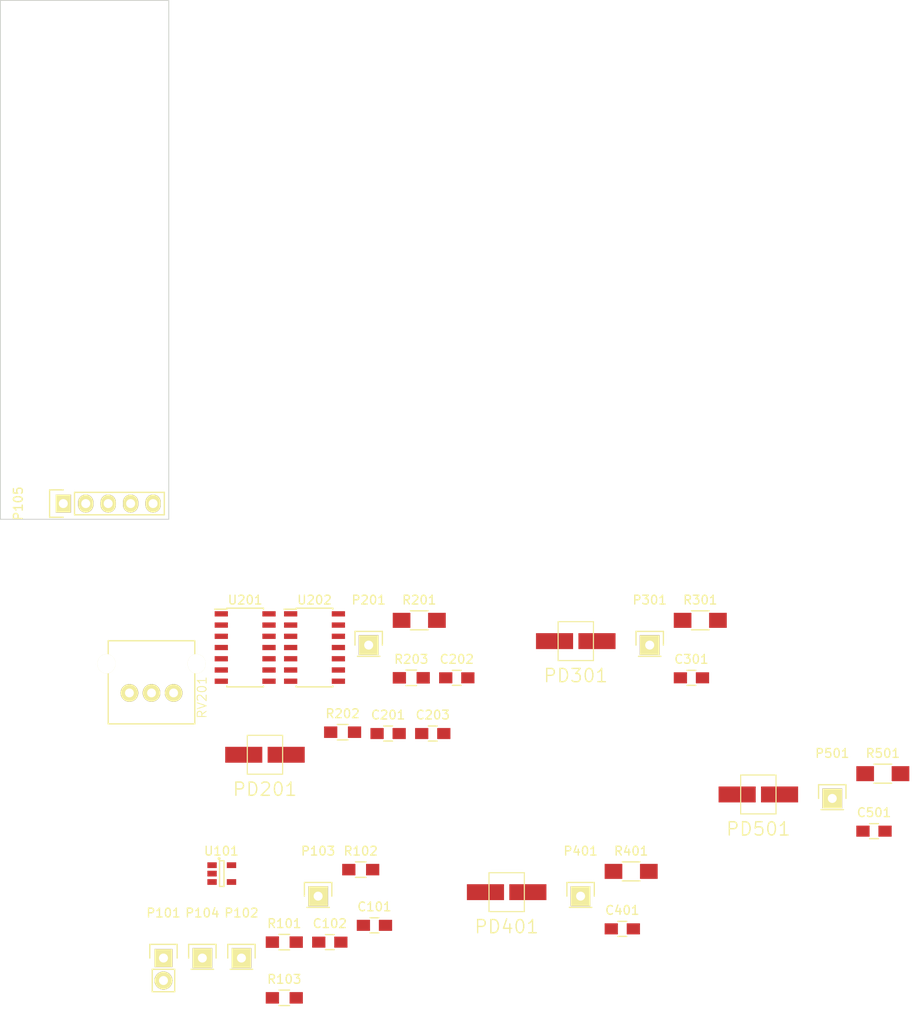
<source format=kicad_pcb>
(kicad_pcb (version 4) (host pcbnew "(2015-03-25 BZR 5536)-product")

  (general
    (links 71)
    (no_connects 71)
    (area 68.148999 76.149999 87.299001 134.924001)
    (thickness 1.6)
    (drawings 20)
    (tracks 0)
    (zones 0)
    (modules 34)
    (nets 22)
  )

  (page A4)
  (layers
    (0 F.Cu signal)
    (31 B.Cu signal)
    (32 B.Adhes user)
    (33 F.Adhes user)
    (34 B.Paste user)
    (35 F.Paste user)
    (36 B.SilkS user)
    (37 F.SilkS user)
    (38 B.Mask user)
    (39 F.Mask user)
    (40 Dwgs.User user)
    (41 Cmts.User user)
    (42 Eco1.User user hide)
    (43 Eco2.User user)
    (44 Edge.Cuts user)
    (45 Margin user)
    (46 B.CrtYd user)
    (47 F.CrtYd user)
    (48 B.Fab user)
    (49 F.Fab user)
  )

  (setup
    (last_trace_width 0.25)
    (trace_clearance 0.2)
    (zone_clearance 0.508)
    (zone_45_only no)
    (trace_min 0.2)
    (segment_width 0.2)
    (edge_width 0.1)
    (via_size 0.6)
    (via_drill 0.4)
    (via_min_size 0.4)
    (via_min_drill 0.3)
    (uvia_size 0.3)
    (uvia_drill 0.1)
    (uvias_allowed no)
    (uvia_min_size 0.2)
    (uvia_min_drill 0.1)
    (pcb_text_width 0.3)
    (pcb_text_size 1.27 1.27)
    (mod_edge_width 0.15)
    (mod_text_size 0.762 0.762)
    (mod_text_width 0.127)
    (pad_size 1.5 1.5)
    (pad_drill 0.6)
    (pad_to_mask_clearance 0)
    (aux_axis_origin 0 0)
    (grid_origin 50.8 76.2)
    (visible_elements FFFFFF7F)
    (pcbplotparams
      (layerselection 0x00030_80000001)
      (usegerberextensions false)
      (excludeedgelayer true)
      (linewidth 0.100000)
      (plotframeref false)
      (viasonmask false)
      (mode 1)
      (useauxorigin false)
      (hpglpennumber 1)
      (hpglpenspeed 20)
      (hpglpendiameter 15)
      (hpglpenoverlay 2)
      (psnegative false)
      (psa4output false)
      (plotreference true)
      (plotvalue true)
      (plotinvisibletext false)
      (padsonsilk false)
      (subtractmaskfromsilk false)
      (outputformat 1)
      (mirror false)
      (drillshape 1)
      (scaleselection 1)
      (outputdirectory ""))
  )

  (net 0 "")
  (net 1 "Net-(C101-Pad1)")
  (net 2 GND)
  (net 3 3V)
  (net 4 "Net-(C201-Pad1)")
  (net 5 "Net-(C201-Pad2)")
  (net 6 "Net-(C301-Pad1)")
  (net 7 "Net-(C301-Pad2)")
  (net 8 "Net-(C401-Pad1)")
  (net 9 "Net-(C401-Pad2)")
  (net 10 "Net-(C501-Pad1)")
  (net 11 "Net-(C501-Pad2)")
  (net 12 VGND)
  (net 13 "/Channel 1 Photodetect/Channel1_Out")
  (net 14 "/Channel 2 Photodetect/Channel2_Out")
  (net 15 "/Channel 3 PhotoDetect/Channel3_Out")
  (net 16 "/Channel 4 PhotoDetect/Channel4_Out")
  (net 17 "Net-(R103-Pad1)")
  (net 18 "/Channel 2 Photodetect/REF_IN")
  (net 19 "Net-(R203-Pad1)")
  (net 20 "Net-(RV201-Pad1)")
  (net 21 "Net-(U101-Pad4)")

  (net_class Default "This is the default net class."
    (clearance 0.2)
    (trace_width 0.25)
    (via_dia 0.6)
    (via_drill 0.4)
    (uvia_dia 0.3)
    (uvia_drill 0.1)
    (add_net "/Channel 1 Photodetect/Channel1_Out")
    (add_net "/Channel 2 Photodetect/Channel2_Out")
    (add_net "/Channel 2 Photodetect/REF_IN")
    (add_net "/Channel 3 PhotoDetect/Channel3_Out")
    (add_net "/Channel 4 PhotoDetect/Channel4_Out")
    (add_net 3V)
    (add_net GND)
    (add_net "Net-(C101-Pad1)")
    (add_net "Net-(C201-Pad1)")
    (add_net "Net-(C201-Pad2)")
    (add_net "Net-(C301-Pad1)")
    (add_net "Net-(C301-Pad2)")
    (add_net "Net-(C401-Pad1)")
    (add_net "Net-(C401-Pad2)")
    (add_net "Net-(C501-Pad1)")
    (add_net "Net-(C501-Pad2)")
    (add_net "Net-(R103-Pad1)")
    (add_net "Net-(R203-Pad1)")
    (add_net "Net-(RV201-Pad1)")
    (add_net "Net-(U101-Pad4)")
    (add_net VGND)
  )

  (module Capacitors_SMD:C_0805_HandSoldering (layer F.Cu) (tedit 541A9B8D) (tstamp 55643702)
    (at 110.519001 180.79)
    (descr "Capacitor SMD 0805, hand soldering")
    (tags "capacitor 0805")
    (path /5561E2B3)
    (attr smd)
    (fp_text reference C101 (at 0 -2.1) (layer F.SilkS)
      (effects (font (size 1 1) (thickness 0.15)))
    )
    (fp_text value 1U (at 0 2.1) (layer F.Fab)
      (effects (font (size 1 1) (thickness 0.15)))
    )
    (fp_line (start -2.3 -1) (end 2.3 -1) (layer F.CrtYd) (width 0.05))
    (fp_line (start -2.3 1) (end 2.3 1) (layer F.CrtYd) (width 0.05))
    (fp_line (start -2.3 -1) (end -2.3 1) (layer F.CrtYd) (width 0.05))
    (fp_line (start 2.3 -1) (end 2.3 1) (layer F.CrtYd) (width 0.05))
    (fp_line (start 0.5 -0.85) (end -0.5 -0.85) (layer F.SilkS) (width 0.15))
    (fp_line (start -0.5 0.85) (end 0.5 0.85) (layer F.SilkS) (width 0.15))
    (pad 1 smd rect (at -1.25 0) (size 1.5 1.25) (layers F.Cu F.Paste F.Mask)
      (net 1 "Net-(C101-Pad1)"))
    (pad 2 smd rect (at 1.25 0) (size 1.5 1.25) (layers F.Cu F.Paste F.Mask)
      (net 2 GND))
    (model Capacitors_SMD.3dshapes/C_0805_HandSoldering.wrl
      (at (xyz 0 0 0))
      (scale (xyz 1 1 1))
      (rotate (xyz 0 0 0))
    )
  )

  (module Capacitors_SMD:C_0805_HandSoldering (layer F.Cu) (tedit 541A9B8D) (tstamp 5564370E)
    (at 105.469001 182.69)
    (descr "Capacitor SMD 0805, hand soldering")
    (tags "capacitor 0805")
    (path /5561E446)
    (attr smd)
    (fp_text reference C102 (at 0 -2.1) (layer F.SilkS)
      (effects (font (size 1 1) (thickness 0.15)))
    )
    (fp_text value 1U (at 0 2.1) (layer F.Fab)
      (effects (font (size 1 1) (thickness 0.15)))
    )
    (fp_line (start -2.3 -1) (end 2.3 -1) (layer F.CrtYd) (width 0.05))
    (fp_line (start -2.3 1) (end 2.3 1) (layer F.CrtYd) (width 0.05))
    (fp_line (start -2.3 -1) (end -2.3 1) (layer F.CrtYd) (width 0.05))
    (fp_line (start 2.3 -1) (end 2.3 1) (layer F.CrtYd) (width 0.05))
    (fp_line (start 0.5 -0.85) (end -0.5 -0.85) (layer F.SilkS) (width 0.15))
    (fp_line (start -0.5 0.85) (end 0.5 0.85) (layer F.SilkS) (width 0.15))
    (pad 1 smd rect (at -1.25 0) (size 1.5 1.25) (layers F.Cu F.Paste F.Mask)
      (net 3 3V))
    (pad 2 smd rect (at 1.25 0) (size 1.5 1.25) (layers F.Cu F.Paste F.Mask)
      (net 2 GND))
    (model Capacitors_SMD.3dshapes/C_0805_HandSoldering.wrl
      (at (xyz 0 0 0))
      (scale (xyz 1 1 1))
      (rotate (xyz 0 0 0))
    )
  )

  (module Capacitors_SMD:C_0805_HandSoldering (layer F.Cu) (tedit 541A9B8D) (tstamp 5564371A)
    (at 112.069001 159.1)
    (descr "Capacitor SMD 0805, hand soldering")
    (tags "capacitor 0805")
    (path /5561BBE6/5561BF46)
    (attr smd)
    (fp_text reference C201 (at 0 -2.1) (layer F.SilkS)
      (effects (font (size 1 1) (thickness 0.15)))
    )
    (fp_text value 100p (at 0 2.1) (layer F.Fab)
      (effects (font (size 1 1) (thickness 0.15)))
    )
    (fp_line (start -2.3 -1) (end 2.3 -1) (layer F.CrtYd) (width 0.05))
    (fp_line (start -2.3 1) (end 2.3 1) (layer F.CrtYd) (width 0.05))
    (fp_line (start -2.3 -1) (end -2.3 1) (layer F.CrtYd) (width 0.05))
    (fp_line (start 2.3 -1) (end 2.3 1) (layer F.CrtYd) (width 0.05))
    (fp_line (start 0.5 -0.85) (end -0.5 -0.85) (layer F.SilkS) (width 0.15))
    (fp_line (start -0.5 0.85) (end 0.5 0.85) (layer F.SilkS) (width 0.15))
    (pad 1 smd rect (at -1.25 0) (size 1.5 1.25) (layers F.Cu F.Paste F.Mask)
      (net 4 "Net-(C201-Pad1)"))
    (pad 2 smd rect (at 1.25 0) (size 1.5 1.25) (layers F.Cu F.Paste F.Mask)
      (net 5 "Net-(C201-Pad2)"))
    (model Capacitors_SMD.3dshapes/C_0805_HandSoldering.wrl
      (at (xyz 0 0 0))
      (scale (xyz 1 1 1))
      (rotate (xyz 0 0 0))
    )
  )

  (module Capacitors_SMD:C_0805_HandSoldering (layer F.Cu) (tedit 541A9B8D) (tstamp 55643726)
    (at 119.839001 152.8)
    (descr "Capacitor SMD 0805, hand soldering")
    (tags "capacitor 0805")
    (path /5561BBE6/5561BF89)
    (attr smd)
    (fp_text reference C202 (at 0 -2.1) (layer F.SilkS)
      (effects (font (size 1 1) (thickness 0.15)))
    )
    (fp_text value 0.1U (at 0 2.1) (layer F.Fab)
      (effects (font (size 1 1) (thickness 0.15)))
    )
    (fp_line (start -2.3 -1) (end 2.3 -1) (layer F.CrtYd) (width 0.05))
    (fp_line (start -2.3 1) (end 2.3 1) (layer F.CrtYd) (width 0.05))
    (fp_line (start -2.3 -1) (end -2.3 1) (layer F.CrtYd) (width 0.05))
    (fp_line (start 2.3 -1) (end 2.3 1) (layer F.CrtYd) (width 0.05))
    (fp_line (start 0.5 -0.85) (end -0.5 -0.85) (layer F.SilkS) (width 0.15))
    (fp_line (start -0.5 0.85) (end 0.5 0.85) (layer F.SilkS) (width 0.15))
    (pad 1 smd rect (at -1.25 0) (size 1.5 1.25) (layers F.Cu F.Paste F.Mask)
      (net 2 GND))
    (pad 2 smd rect (at 1.25 0) (size 1.5 1.25) (layers F.Cu F.Paste F.Mask)
      (net 3 3V))
    (model Capacitors_SMD.3dshapes/C_0805_HandSoldering.wrl
      (at (xyz 0 0 0))
      (scale (xyz 1 1 1))
      (rotate (xyz 0 0 0))
    )
  )

  (module Capacitors_SMD:C_0805_HandSoldering (layer F.Cu) (tedit 541A9B8D) (tstamp 55643732)
    (at 117.119001 159.1)
    (descr "Capacitor SMD 0805, hand soldering")
    (tags "capacitor 0805")
    (path /5561BBE6/5561BFCE)
    (attr smd)
    (fp_text reference C203 (at 0 -2.1) (layer F.SilkS)
      (effects (font (size 1 1) (thickness 0.15)))
    )
    (fp_text value 0.1U (at 0 2.1) (layer F.Fab)
      (effects (font (size 1 1) (thickness 0.15)))
    )
    (fp_line (start -2.3 -1) (end 2.3 -1) (layer F.CrtYd) (width 0.05))
    (fp_line (start -2.3 1) (end 2.3 1) (layer F.CrtYd) (width 0.05))
    (fp_line (start -2.3 -1) (end -2.3 1) (layer F.CrtYd) (width 0.05))
    (fp_line (start 2.3 -1) (end 2.3 1) (layer F.CrtYd) (width 0.05))
    (fp_line (start 0.5 -0.85) (end -0.5 -0.85) (layer F.SilkS) (width 0.15))
    (fp_line (start -0.5 0.85) (end 0.5 0.85) (layer F.SilkS) (width 0.15))
    (pad 1 smd rect (at -1.25 0) (size 1.5 1.25) (layers F.Cu F.Paste F.Mask)
      (net 2 GND))
    (pad 2 smd rect (at 1.25 0) (size 1.5 1.25) (layers F.Cu F.Paste F.Mask)
      (net 3 3V))
    (model Capacitors_SMD.3dshapes/C_0805_HandSoldering.wrl
      (at (xyz 0 0 0))
      (scale (xyz 1 1 1))
      (rotate (xyz 0 0 0))
    )
  )

  (module Capacitors_SMD:C_0805_HandSoldering (layer F.Cu) (tedit 541A9B8D) (tstamp 5564373E)
    (at 146.389001 152.8)
    (descr "Capacitor SMD 0805, hand soldering")
    (tags "capacitor 0805")
    (path /5561BC09/5561C42E)
    (attr smd)
    (fp_text reference C301 (at 0 -2.1) (layer F.SilkS)
      (effects (font (size 1 1) (thickness 0.15)))
    )
    (fp_text value 100p (at 0 2.1) (layer F.Fab)
      (effects (font (size 1 1) (thickness 0.15)))
    )
    (fp_line (start -2.3 -1) (end 2.3 -1) (layer F.CrtYd) (width 0.05))
    (fp_line (start -2.3 1) (end 2.3 1) (layer F.CrtYd) (width 0.05))
    (fp_line (start -2.3 -1) (end -2.3 1) (layer F.CrtYd) (width 0.05))
    (fp_line (start 2.3 -1) (end 2.3 1) (layer F.CrtYd) (width 0.05))
    (fp_line (start 0.5 -0.85) (end -0.5 -0.85) (layer F.SilkS) (width 0.15))
    (fp_line (start -0.5 0.85) (end 0.5 0.85) (layer F.SilkS) (width 0.15))
    (pad 1 smd rect (at -1.25 0) (size 1.5 1.25) (layers F.Cu F.Paste F.Mask)
      (net 6 "Net-(C301-Pad1)"))
    (pad 2 smd rect (at 1.25 0) (size 1.5 1.25) (layers F.Cu F.Paste F.Mask)
      (net 7 "Net-(C301-Pad2)"))
    (model Capacitors_SMD.3dshapes/C_0805_HandSoldering.wrl
      (at (xyz 0 0 0))
      (scale (xyz 1 1 1))
      (rotate (xyz 0 0 0))
    )
  )

  (module Capacitors_SMD:C_0805_HandSoldering (layer F.Cu) (tedit 541A9B8D) (tstamp 5564374A)
    (at 138.569001 181.19)
    (descr "Capacitor SMD 0805, hand soldering")
    (tags "capacitor 0805")
    (path /5561BC0C/5561C979)
    (attr smd)
    (fp_text reference C401 (at 0 -2.1) (layer F.SilkS)
      (effects (font (size 1 1) (thickness 0.15)))
    )
    (fp_text value 100p (at 0 2.1) (layer F.Fab)
      (effects (font (size 1 1) (thickness 0.15)))
    )
    (fp_line (start -2.3 -1) (end 2.3 -1) (layer F.CrtYd) (width 0.05))
    (fp_line (start -2.3 1) (end 2.3 1) (layer F.CrtYd) (width 0.05))
    (fp_line (start -2.3 -1) (end -2.3 1) (layer F.CrtYd) (width 0.05))
    (fp_line (start 2.3 -1) (end 2.3 1) (layer F.CrtYd) (width 0.05))
    (fp_line (start 0.5 -0.85) (end -0.5 -0.85) (layer F.SilkS) (width 0.15))
    (fp_line (start -0.5 0.85) (end 0.5 0.85) (layer F.SilkS) (width 0.15))
    (pad 1 smd rect (at -1.25 0) (size 1.5 1.25) (layers F.Cu F.Paste F.Mask)
      (net 8 "Net-(C401-Pad1)"))
    (pad 2 smd rect (at 1.25 0) (size 1.5 1.25) (layers F.Cu F.Paste F.Mask)
      (net 9 "Net-(C401-Pad2)"))
    (model Capacitors_SMD.3dshapes/C_0805_HandSoldering.wrl
      (at (xyz 0 0 0))
      (scale (xyz 1 1 1))
      (rotate (xyz 0 0 0))
    )
  )

  (module Capacitors_SMD:C_0805_HandSoldering (layer F.Cu) (tedit 541A9B8D) (tstamp 55643756)
    (at 167.049001 170.14)
    (descr "Capacitor SMD 0805, hand soldering")
    (tags "capacitor 0805")
    (path /5561BC0F/5561CBDF)
    (attr smd)
    (fp_text reference C501 (at 0 -2.1) (layer F.SilkS)
      (effects (font (size 1 1) (thickness 0.15)))
    )
    (fp_text value 100p (at 0 2.1) (layer F.Fab)
      (effects (font (size 1 1) (thickness 0.15)))
    )
    (fp_line (start -2.3 -1) (end 2.3 -1) (layer F.CrtYd) (width 0.05))
    (fp_line (start -2.3 1) (end 2.3 1) (layer F.CrtYd) (width 0.05))
    (fp_line (start -2.3 -1) (end -2.3 1) (layer F.CrtYd) (width 0.05))
    (fp_line (start 2.3 -1) (end 2.3 1) (layer F.CrtYd) (width 0.05))
    (fp_line (start 0.5 -0.85) (end -0.5 -0.85) (layer F.SilkS) (width 0.15))
    (fp_line (start -0.5 0.85) (end 0.5 0.85) (layer F.SilkS) (width 0.15))
    (pad 1 smd rect (at -1.25 0) (size 1.5 1.25) (layers F.Cu F.Paste F.Mask)
      (net 10 "Net-(C501-Pad1)"))
    (pad 2 smd rect (at 1.25 0) (size 1.5 1.25) (layers F.Cu F.Paste F.Mask)
      (net 11 "Net-(C501-Pad2)"))
    (model Capacitors_SMD.3dshapes/C_0805_HandSoldering.wrl
      (at (xyz 0 0 0))
      (scale (xyz 1 1 1))
      (rotate (xyz 0 0 0))
    )
  )

  (module Pin_Headers:Pin_Header_Straight_1x02 (layer F.Cu) (tedit 54EA090C) (tstamp 55643767)
    (at 86.647571 184.49)
    (descr "Through hole pin header")
    (tags "pin header")
    (path /5561D9DD)
    (fp_text reference P101 (at 0 -5.1) (layer F.SilkS)
      (effects (font (size 1 1) (thickness 0.15)))
    )
    (fp_text value Vin (at 0 -3.1) (layer F.Fab)
      (effects (font (size 1 1) (thickness 0.15)))
    )
    (fp_line (start 1.27 1.27) (end 1.27 3.81) (layer F.SilkS) (width 0.15))
    (fp_line (start 1.55 -1.55) (end 1.55 0) (layer F.SilkS) (width 0.15))
    (fp_line (start -1.75 -1.75) (end -1.75 4.3) (layer F.CrtYd) (width 0.05))
    (fp_line (start 1.75 -1.75) (end 1.75 4.3) (layer F.CrtYd) (width 0.05))
    (fp_line (start -1.75 -1.75) (end 1.75 -1.75) (layer F.CrtYd) (width 0.05))
    (fp_line (start -1.75 4.3) (end 1.75 4.3) (layer F.CrtYd) (width 0.05))
    (fp_line (start 1.27 1.27) (end -1.27 1.27) (layer F.SilkS) (width 0.15))
    (fp_line (start -1.55 0) (end -1.55 -1.55) (layer F.SilkS) (width 0.15))
    (fp_line (start -1.55 -1.55) (end 1.55 -1.55) (layer F.SilkS) (width 0.15))
    (fp_line (start -1.27 1.27) (end -1.27 3.81) (layer F.SilkS) (width 0.15))
    (fp_line (start -1.27 3.81) (end 1.27 3.81) (layer F.SilkS) (width 0.15))
    (pad 1 thru_hole rect (at 0 0) (size 2.032 2.032) (drill 1.016) (layers *.Cu *.Mask F.SilkS)
      (net 2 GND))
    (pad 2 thru_hole oval (at 0 2.54) (size 2.032 2.032) (drill 1.016) (layers *.Cu *.Mask F.SilkS)
      (net 1 "Net-(C101-Pad1)"))
    (model Pin_Headers.3dshapes/Pin_Header_Straight_1x02.wrl
      (at (xyz 0 -0.05 0))
      (scale (xyz 1 1 1))
      (rotate (xyz 0 0 90))
    )
  )

  (module Pin_Headers:Pin_Header_Straight_1x01 (layer F.Cu) (tedit 54EA08DC) (tstamp 55643774)
    (at 95.471381 184.49)
    (descr "Through hole pin header")
    (tags "pin header")
    (path /55620185)
    (fp_text reference P102 (at 0 -5.1) (layer F.SilkS)
      (effects (font (size 1 1) (thickness 0.15)))
    )
    (fp_text value VGND (at 0 -3.1) (layer F.Fab)
      (effects (font (size 1 1) (thickness 0.15)))
    )
    (fp_line (start 1.55 -1.55) (end 1.55 0) (layer F.SilkS) (width 0.15))
    (fp_line (start -1.75 -1.75) (end -1.75 1.75) (layer F.CrtYd) (width 0.05))
    (fp_line (start 1.75 -1.75) (end 1.75 1.75) (layer F.CrtYd) (width 0.05))
    (fp_line (start -1.75 -1.75) (end 1.75 -1.75) (layer F.CrtYd) (width 0.05))
    (fp_line (start -1.75 1.75) (end 1.75 1.75) (layer F.CrtYd) (width 0.05))
    (fp_line (start -1.55 0) (end -1.55 -1.55) (layer F.SilkS) (width 0.15))
    (fp_line (start -1.55 -1.55) (end 1.55 -1.55) (layer F.SilkS) (width 0.15))
    (fp_line (start -1.27 1.27) (end 1.27 1.27) (layer F.SilkS) (width 0.15))
    (pad 1 thru_hole rect (at 0 0) (size 2.2352 2.2352) (drill 1.016) (layers *.Cu *.Mask F.SilkS)
      (net 12 VGND))
    (model Pin_Headers.3dshapes/Pin_Header_Straight_1x01.wrl
      (at (xyz 0 0 0))
      (scale (xyz 1 1 1))
      (rotate (xyz 0 0 90))
    )
  )

  (module Pin_Headers:Pin_Header_Straight_1x01 (layer F.Cu) (tedit 54EA08DC) (tstamp 55643781)
    (at 104.147571 177.49)
    (descr "Through hole pin header")
    (tags "pin header")
    (path /55620066)
    (fp_text reference P103 (at 0 -5.1) (layer F.SilkS)
      (effects (font (size 1 1) (thickness 0.15)))
    )
    (fp_text value 3V (at 0 -3.1) (layer F.Fab)
      (effects (font (size 1 1) (thickness 0.15)))
    )
    (fp_line (start 1.55 -1.55) (end 1.55 0) (layer F.SilkS) (width 0.15))
    (fp_line (start -1.75 -1.75) (end -1.75 1.75) (layer F.CrtYd) (width 0.05))
    (fp_line (start 1.75 -1.75) (end 1.75 1.75) (layer F.CrtYd) (width 0.05))
    (fp_line (start -1.75 -1.75) (end 1.75 -1.75) (layer F.CrtYd) (width 0.05))
    (fp_line (start -1.75 1.75) (end 1.75 1.75) (layer F.CrtYd) (width 0.05))
    (fp_line (start -1.55 0) (end -1.55 -1.55) (layer F.SilkS) (width 0.15))
    (fp_line (start -1.55 -1.55) (end 1.55 -1.55) (layer F.SilkS) (width 0.15))
    (fp_line (start -1.27 1.27) (end 1.27 1.27) (layer F.SilkS) (width 0.15))
    (pad 1 thru_hole rect (at 0 0) (size 2.2352 2.2352) (drill 1.016) (layers *.Cu *.Mask F.SilkS)
      (net 3 3V))
    (model Pin_Headers.3dshapes/Pin_Header_Straight_1x01.wrl
      (at (xyz 0 0 0))
      (scale (xyz 1 1 1))
      (rotate (xyz 0 0 90))
    )
  )

  (module Pin_Headers:Pin_Header_Straight_1x01 (layer F.Cu) (tedit 54EA08DC) (tstamp 5564378E)
    (at 91.047571 184.49)
    (descr "Through hole pin header")
    (tags "pin header")
    (path /55620292)
    (fp_text reference P104 (at 0 -5.1) (layer F.SilkS)
      (effects (font (size 1 1) (thickness 0.15)))
    )
    (fp_text value GND (at 0 -3.1) (layer F.Fab)
      (effects (font (size 1 1) (thickness 0.15)))
    )
    (fp_line (start 1.55 -1.55) (end 1.55 0) (layer F.SilkS) (width 0.15))
    (fp_line (start -1.75 -1.75) (end -1.75 1.75) (layer F.CrtYd) (width 0.05))
    (fp_line (start 1.75 -1.75) (end 1.75 1.75) (layer F.CrtYd) (width 0.05))
    (fp_line (start -1.75 -1.75) (end 1.75 -1.75) (layer F.CrtYd) (width 0.05))
    (fp_line (start -1.75 1.75) (end 1.75 1.75) (layer F.CrtYd) (width 0.05))
    (fp_line (start -1.55 0) (end -1.55 -1.55) (layer F.SilkS) (width 0.15))
    (fp_line (start -1.55 -1.55) (end 1.55 -1.55) (layer F.SilkS) (width 0.15))
    (fp_line (start -1.27 1.27) (end 1.27 1.27) (layer F.SilkS) (width 0.15))
    (pad 1 thru_hole rect (at 0 0) (size 2.2352 2.2352) (drill 1.016) (layers *.Cu *.Mask F.SilkS)
      (net 2 GND))
    (model Pin_Headers.3dshapes/Pin_Header_Straight_1x01.wrl
      (at (xyz 0 0 0))
      (scale (xyz 1 1 1))
      (rotate (xyz 0 0 90))
    )
  )

  (module Pin_Headers:Pin_Header_Straight_1x05 (layer F.Cu) (tedit 54EA0684) (tstamp 556437A2)
    (at 75.311 133.096 90)
    (descr "Through hole pin header")
    (tags "pin header")
    (path /5561D7BD)
    (fp_text reference P105 (at 0 -5.1 90) (layer F.SilkS)
      (effects (font (size 1 1) (thickness 0.15)))
    )
    (fp_text value Output (at 0 -3.1 90) (layer F.Fab)
      (effects (font (size 1 1) (thickness 0.15)))
    )
    (fp_line (start -1.55 0) (end -1.55 -1.55) (layer F.SilkS) (width 0.15))
    (fp_line (start -1.55 -1.55) (end 1.55 -1.55) (layer F.SilkS) (width 0.15))
    (fp_line (start 1.55 -1.55) (end 1.55 0) (layer F.SilkS) (width 0.15))
    (fp_line (start -1.75 -1.75) (end -1.75 11.95) (layer F.CrtYd) (width 0.05))
    (fp_line (start 1.75 -1.75) (end 1.75 11.95) (layer F.CrtYd) (width 0.05))
    (fp_line (start -1.75 -1.75) (end 1.75 -1.75) (layer F.CrtYd) (width 0.05))
    (fp_line (start -1.75 11.95) (end 1.75 11.95) (layer F.CrtYd) (width 0.05))
    (fp_line (start 1.27 1.27) (end 1.27 11.43) (layer F.SilkS) (width 0.15))
    (fp_line (start 1.27 11.43) (end -1.27 11.43) (layer F.SilkS) (width 0.15))
    (fp_line (start -1.27 11.43) (end -1.27 1.27) (layer F.SilkS) (width 0.15))
    (fp_line (start 1.27 1.27) (end -1.27 1.27) (layer F.SilkS) (width 0.15))
    (pad 1 thru_hole rect (at 0 0 90) (size 2.032 1.7272) (drill 1.016) (layers *.Cu *.Mask F.SilkS)
      (net 13 "/Channel 1 Photodetect/Channel1_Out"))
    (pad 2 thru_hole oval (at 0 2.54 90) (size 2.032 1.7272) (drill 1.016) (layers *.Cu *.Mask F.SilkS)
      (net 14 "/Channel 2 Photodetect/Channel2_Out"))
    (pad 3 thru_hole oval (at 0 5.08 90) (size 2.032 1.7272) (drill 1.016) (layers *.Cu *.Mask F.SilkS)
      (net 15 "/Channel 3 PhotoDetect/Channel3_Out"))
    (pad 4 thru_hole oval (at 0 7.62 90) (size 2.032 1.7272) (drill 1.016) (layers *.Cu *.Mask F.SilkS)
      (net 16 "/Channel 4 PhotoDetect/Channel4_Out"))
    (pad 5 thru_hole oval (at 0 10.16 90) (size 2.032 1.7272) (drill 1.016) (layers *.Cu *.Mask F.SilkS)
      (net 2 GND))
    (model Pin_Headers.3dshapes/Pin_Header_Straight_1x05.wrl
      (at (xyz 0 -0.2 0))
      (scale (xyz 1 1 1))
      (rotate (xyz 0 0 90))
    )
  )

  (module Pin_Headers:Pin_Header_Straight_1x01 (layer F.Cu) (tedit 54EA08DC) (tstamp 556437AF)
    (at 109.867571 149.1)
    (descr "Through hole pin header")
    (tags "pin header")
    (path /5561BBE6/5561EC9C)
    (fp_text reference P201 (at 0 -5.1) (layer F.SilkS)
      (effects (font (size 1 1) (thickness 0.15)))
    )
    (fp_text value Sig1 (at 0 -3.1) (layer F.Fab)
      (effects (font (size 1 1) (thickness 0.15)))
    )
    (fp_line (start 1.55 -1.55) (end 1.55 0) (layer F.SilkS) (width 0.15))
    (fp_line (start -1.75 -1.75) (end -1.75 1.75) (layer F.CrtYd) (width 0.05))
    (fp_line (start 1.75 -1.75) (end 1.75 1.75) (layer F.CrtYd) (width 0.05))
    (fp_line (start -1.75 -1.75) (end 1.75 -1.75) (layer F.CrtYd) (width 0.05))
    (fp_line (start -1.75 1.75) (end 1.75 1.75) (layer F.CrtYd) (width 0.05))
    (fp_line (start -1.55 0) (end -1.55 -1.55) (layer F.SilkS) (width 0.15))
    (fp_line (start -1.55 -1.55) (end 1.55 -1.55) (layer F.SilkS) (width 0.15))
    (fp_line (start -1.27 1.27) (end 1.27 1.27) (layer F.SilkS) (width 0.15))
    (pad 1 thru_hole rect (at 0 0) (size 2.2352 2.2352) (drill 1.016) (layers *.Cu *.Mask F.SilkS)
      (net 4 "Net-(C201-Pad1)"))
    (model Pin_Headers.3dshapes/Pin_Header_Straight_1x01.wrl
      (at (xyz 0 0 0))
      (scale (xyz 1 1 1))
      (rotate (xyz 0 0 90))
    )
  )

  (module Pin_Headers:Pin_Header_Straight_1x01 (layer F.Cu) (tedit 54EA08DC) (tstamp 556437BC)
    (at 141.667571 149.1)
    (descr "Through hole pin header")
    (tags "pin header")
    (path /5561BC09/5561F74D)
    (fp_text reference P301 (at 0 -5.1) (layer F.SilkS)
      (effects (font (size 1 1) (thickness 0.15)))
    )
    (fp_text value Sig2 (at 0 -3.1) (layer F.Fab)
      (effects (font (size 1 1) (thickness 0.15)))
    )
    (fp_line (start 1.55 -1.55) (end 1.55 0) (layer F.SilkS) (width 0.15))
    (fp_line (start -1.75 -1.75) (end -1.75 1.75) (layer F.CrtYd) (width 0.05))
    (fp_line (start 1.75 -1.75) (end 1.75 1.75) (layer F.CrtYd) (width 0.05))
    (fp_line (start -1.75 -1.75) (end 1.75 -1.75) (layer F.CrtYd) (width 0.05))
    (fp_line (start -1.75 1.75) (end 1.75 1.75) (layer F.CrtYd) (width 0.05))
    (fp_line (start -1.55 0) (end -1.55 -1.55) (layer F.SilkS) (width 0.15))
    (fp_line (start -1.55 -1.55) (end 1.55 -1.55) (layer F.SilkS) (width 0.15))
    (fp_line (start -1.27 1.27) (end 1.27 1.27) (layer F.SilkS) (width 0.15))
    (pad 1 thru_hole rect (at 0 0) (size 2.2352 2.2352) (drill 1.016) (layers *.Cu *.Mask F.SilkS)
      (net 6 "Net-(C301-Pad1)"))
    (model Pin_Headers.3dshapes/Pin_Header_Straight_1x01.wrl
      (at (xyz 0 0 0))
      (scale (xyz 1 1 1))
      (rotate (xyz 0 0 90))
    )
  )

  (module Pin_Headers:Pin_Header_Straight_1x01 (layer F.Cu) (tedit 54EA08DC) (tstamp 556437C9)
    (at 133.847571 177.49)
    (descr "Through hole pin header")
    (tags "pin header")
    (path /5561BC0C/5561F96E)
    (fp_text reference P401 (at 0 -5.1) (layer F.SilkS)
      (effects (font (size 1 1) (thickness 0.15)))
    )
    (fp_text value Sig3 (at 0 -3.1) (layer F.Fab)
      (effects (font (size 1 1) (thickness 0.15)))
    )
    (fp_line (start 1.55 -1.55) (end 1.55 0) (layer F.SilkS) (width 0.15))
    (fp_line (start -1.75 -1.75) (end -1.75 1.75) (layer F.CrtYd) (width 0.05))
    (fp_line (start 1.75 -1.75) (end 1.75 1.75) (layer F.CrtYd) (width 0.05))
    (fp_line (start -1.75 -1.75) (end 1.75 -1.75) (layer F.CrtYd) (width 0.05))
    (fp_line (start -1.75 1.75) (end 1.75 1.75) (layer F.CrtYd) (width 0.05))
    (fp_line (start -1.55 0) (end -1.55 -1.55) (layer F.SilkS) (width 0.15))
    (fp_line (start -1.55 -1.55) (end 1.55 -1.55) (layer F.SilkS) (width 0.15))
    (fp_line (start -1.27 1.27) (end 1.27 1.27) (layer F.SilkS) (width 0.15))
    (pad 1 thru_hole rect (at 0 0) (size 2.2352 2.2352) (drill 1.016) (layers *.Cu *.Mask F.SilkS)
      (net 8 "Net-(C401-Pad1)"))
    (model Pin_Headers.3dshapes/Pin_Header_Straight_1x01.wrl
      (at (xyz 0 0 0))
      (scale (xyz 1 1 1))
      (rotate (xyz 0 0 90))
    )
  )

  (module Pin_Headers:Pin_Header_Straight_1x01 (layer F.Cu) (tedit 54EA08DC) (tstamp 556437D6)
    (at 162.327571 166.44)
    (descr "Through hole pin header")
    (tags "pin header")
    (path /5561BC0F/5561FB19)
    (fp_text reference P501 (at 0 -5.1) (layer F.SilkS)
      (effects (font (size 1 1) (thickness 0.15)))
    )
    (fp_text value Sig4 (at 0 -3.1) (layer F.Fab)
      (effects (font (size 1 1) (thickness 0.15)))
    )
    (fp_line (start 1.55 -1.55) (end 1.55 0) (layer F.SilkS) (width 0.15))
    (fp_line (start -1.75 -1.75) (end -1.75 1.75) (layer F.CrtYd) (width 0.05))
    (fp_line (start 1.75 -1.75) (end 1.75 1.75) (layer F.CrtYd) (width 0.05))
    (fp_line (start -1.75 -1.75) (end 1.75 -1.75) (layer F.CrtYd) (width 0.05))
    (fp_line (start -1.75 1.75) (end 1.75 1.75) (layer F.CrtYd) (width 0.05))
    (fp_line (start -1.55 0) (end -1.55 -1.55) (layer F.SilkS) (width 0.15))
    (fp_line (start -1.55 -1.55) (end 1.55 -1.55) (layer F.SilkS) (width 0.15))
    (fp_line (start -1.27 1.27) (end 1.27 1.27) (layer F.SilkS) (width 0.15))
    (pad 1 thru_hole rect (at 0 0) (size 2.2352 2.2352) (drill 1.016) (layers *.Cu *.Mask F.SilkS)
      (net 10 "Net-(C501-Pad1)"))
    (model Pin_Headers.3dshapes/Pin_Header_Straight_1x01.wrl
      (at (xyz 0 0 0))
      (scale (xyz 1 1 1))
      (rotate (xyz 0 0 90))
    )
  )

  (module DasBlinkInput:VBPW34SR* (layer F.Cu) (tedit 5561C706) (tstamp 556437E0)
    (at 98.131856 161.5)
    (path /5561BBE6/5561BF61)
    (fp_text reference PD201 (at 0 3.9) (layer F.SilkS)
      (effects (font (size 1.5 1.5) (thickness 0.15)))
    )
    (fp_text value VBPW34SR (at 0 -4.3) (layer F.Fab)
      (effects (font (size 1.5 1.5) (thickness 0.15)))
    )
    (fp_line (start -2 -2.2) (end -2 2.2) (layer F.SilkS) (width 0.127))
    (fp_line (start -2 2.2) (end 2 2.2) (layer F.SilkS) (width 0.127))
    (fp_line (start 2 -2.2) (end 2 2.2) (layer F.SilkS) (width 0.127))
    (fp_line (start -2 -2.2) (end 2 -2.2) (layer F.SilkS) (width 0.127))
    (pad 1 smd rect (at -2.4 0) (size 4.2 1.8) (layers F.Cu F.Paste F.Mask)
      (net 12 VGND))
    (pad 2 smd rect (at 2.4 0) (size 4.2 1.8) (layers F.Cu F.Paste F.Mask)
      (net 5 "Net-(C201-Pad2)"))
  )

  (module DasBlinkInput:VBPW34SR* (layer F.Cu) (tedit 5561C706) (tstamp 556437EA)
    (at 133.301856 148.65)
    (path /5561BC09/5561C449)
    (fp_text reference PD301 (at 0 3.9) (layer F.SilkS)
      (effects (font (size 1.5 1.5) (thickness 0.15)))
    )
    (fp_text value VBPW34SR (at 0 -4.3) (layer F.Fab)
      (effects (font (size 1.5 1.5) (thickness 0.15)))
    )
    (fp_line (start -2 -2.2) (end -2 2.2) (layer F.SilkS) (width 0.127))
    (fp_line (start -2 2.2) (end 2 2.2) (layer F.SilkS) (width 0.127))
    (fp_line (start 2 -2.2) (end 2 2.2) (layer F.SilkS) (width 0.127))
    (fp_line (start -2 -2.2) (end 2 -2.2) (layer F.SilkS) (width 0.127))
    (pad 1 smd rect (at -2.4 0) (size 4.2 1.8) (layers F.Cu F.Paste F.Mask)
      (net 12 VGND))
    (pad 2 smd rect (at 2.4 0) (size 4.2 1.8) (layers F.Cu F.Paste F.Mask)
      (net 7 "Net-(C301-Pad2)"))
  )

  (module DasBlinkInput:VBPW34SR* (layer F.Cu) (tedit 5561C706) (tstamp 556437F4)
    (at 125.481856 177.04)
    (path /5561BC0C/5561C994)
    (fp_text reference PD401 (at 0 3.9) (layer F.SilkS)
      (effects (font (size 1.5 1.5) (thickness 0.15)))
    )
    (fp_text value VBPW34SR (at 0 -4.3) (layer F.Fab)
      (effects (font (size 1.5 1.5) (thickness 0.15)))
    )
    (fp_line (start -2 -2.2) (end -2 2.2) (layer F.SilkS) (width 0.127))
    (fp_line (start -2 2.2) (end 2 2.2) (layer F.SilkS) (width 0.127))
    (fp_line (start 2 -2.2) (end 2 2.2) (layer F.SilkS) (width 0.127))
    (fp_line (start -2 -2.2) (end 2 -2.2) (layer F.SilkS) (width 0.127))
    (pad 1 smd rect (at -2.4 0) (size 4.2 1.8) (layers F.Cu F.Paste F.Mask)
      (net 12 VGND))
    (pad 2 smd rect (at 2.4 0) (size 4.2 1.8) (layers F.Cu F.Paste F.Mask)
      (net 9 "Net-(C401-Pad2)"))
  )

  (module DasBlinkInput:VBPW34SR* (layer F.Cu) (tedit 5561C706) (tstamp 556437FE)
    (at 153.961856 165.99)
    (path /5561BC0F/5561CBFA)
    (fp_text reference PD501 (at 0 3.9) (layer F.SilkS)
      (effects (font (size 1.5 1.5) (thickness 0.15)))
    )
    (fp_text value VBPW34SR (at 0 -4.3) (layer F.Fab)
      (effects (font (size 1.5 1.5) (thickness 0.15)))
    )
    (fp_line (start -2 -2.2) (end -2 2.2) (layer F.SilkS) (width 0.127))
    (fp_line (start -2 2.2) (end 2 2.2) (layer F.SilkS) (width 0.127))
    (fp_line (start 2 -2.2) (end 2 2.2) (layer F.SilkS) (width 0.127))
    (fp_line (start -2 -2.2) (end 2 -2.2) (layer F.SilkS) (width 0.127))
    (pad 1 smd rect (at -2.4 0) (size 4.2 1.8) (layers F.Cu F.Paste F.Mask)
      (net 12 VGND))
    (pad 2 smd rect (at 2.4 0) (size 4.2 1.8) (layers F.Cu F.Paste F.Mask)
      (net 11 "Net-(C501-Pad2)"))
  )

  (module Resistors_SMD:R_0805_HandSoldering (layer F.Cu) (tedit 54189DEE) (tstamp 5564380A)
    (at 100.319001 182.69)
    (descr "Resistor SMD 0805, hand soldering")
    (tags "resistor 0805")
    (path /5561EEBB)
    (attr smd)
    (fp_text reference R101 (at 0 -2.1) (layer F.SilkS)
      (effects (font (size 1 1) (thickness 0.15)))
    )
    (fp_text value 10K (at 0 2.1) (layer F.Fab)
      (effects (font (size 1 1) (thickness 0.15)))
    )
    (fp_line (start -2.4 -1) (end 2.4 -1) (layer F.CrtYd) (width 0.05))
    (fp_line (start -2.4 1) (end 2.4 1) (layer F.CrtYd) (width 0.05))
    (fp_line (start -2.4 -1) (end -2.4 1) (layer F.CrtYd) (width 0.05))
    (fp_line (start 2.4 -1) (end 2.4 1) (layer F.CrtYd) (width 0.05))
    (fp_line (start 0.6 0.875) (end -0.6 0.875) (layer F.SilkS) (width 0.15))
    (fp_line (start -0.6 -0.875) (end 0.6 -0.875) (layer F.SilkS) (width 0.15))
    (pad 1 smd rect (at -1.35 0) (size 1.5 1.3) (layers F.Cu F.Paste F.Mask)
      (net 3 3V))
    (pad 2 smd rect (at 1.35 0) (size 1.5 1.3) (layers F.Cu F.Paste F.Mask)
      (net 12 VGND))
    (model Resistors_SMD.3dshapes/R_0805_HandSoldering.wrl
      (at (xyz 0 0 0))
      (scale (xyz 1 1 1))
      (rotate (xyz 0 0 0))
    )
  )

  (module Resistors_SMD:R_0805_HandSoldering (layer F.Cu) (tedit 54189DEE) (tstamp 55643816)
    (at 108.969001 174.49)
    (descr "Resistor SMD 0805, hand soldering")
    (tags "resistor 0805")
    (path /5561EF40)
    (attr smd)
    (fp_text reference R102 (at 0 -2.1) (layer F.SilkS)
      (effects (font (size 1 1) (thickness 0.15)))
    )
    (fp_text value 10K (at 0 2.1) (layer F.Fab)
      (effects (font (size 1 1) (thickness 0.15)))
    )
    (fp_line (start -2.4 -1) (end 2.4 -1) (layer F.CrtYd) (width 0.05))
    (fp_line (start -2.4 1) (end 2.4 1) (layer F.CrtYd) (width 0.05))
    (fp_line (start -2.4 -1) (end -2.4 1) (layer F.CrtYd) (width 0.05))
    (fp_line (start 2.4 -1) (end 2.4 1) (layer F.CrtYd) (width 0.05))
    (fp_line (start 0.6 0.875) (end -0.6 0.875) (layer F.SilkS) (width 0.15))
    (fp_line (start -0.6 -0.875) (end 0.6 -0.875) (layer F.SilkS) (width 0.15))
    (pad 1 smd rect (at -1.35 0) (size 1.5 1.3) (layers F.Cu F.Paste F.Mask)
      (net 12 VGND))
    (pad 2 smd rect (at 1.35 0) (size 1.5 1.3) (layers F.Cu F.Paste F.Mask)
      (net 2 GND))
    (model Resistors_SMD.3dshapes/R_0805_HandSoldering.wrl
      (at (xyz 0 0 0))
      (scale (xyz 1 1 1))
      (rotate (xyz 0 0 0))
    )
  )

  (module Resistors_SMD:R_0805_HandSoldering (layer F.Cu) (tedit 54189DEE) (tstamp 55643822)
    (at 100.319001 188.99)
    (descr "Resistor SMD 0805, hand soldering")
    (tags "resistor 0805")
    (path /5561E72D)
    (attr smd)
    (fp_text reference R103 (at 0 -2.1) (layer F.SilkS)
      (effects (font (size 1 1) (thickness 0.15)))
    )
    (fp_text value 0 (at 0 2.1) (layer F.Fab)
      (effects (font (size 1 1) (thickness 0.15)))
    )
    (fp_line (start -2.4 -1) (end 2.4 -1) (layer F.CrtYd) (width 0.05))
    (fp_line (start -2.4 1) (end 2.4 1) (layer F.CrtYd) (width 0.05))
    (fp_line (start -2.4 -1) (end -2.4 1) (layer F.CrtYd) (width 0.05))
    (fp_line (start 2.4 -1) (end 2.4 1) (layer F.CrtYd) (width 0.05))
    (fp_line (start 0.6 0.875) (end -0.6 0.875) (layer F.SilkS) (width 0.15))
    (fp_line (start -0.6 -0.875) (end 0.6 -0.875) (layer F.SilkS) (width 0.15))
    (pad 1 smd rect (at -1.35 0) (size 1.5 1.3) (layers F.Cu F.Paste F.Mask)
      (net 17 "Net-(R103-Pad1)"))
    (pad 2 smd rect (at 1.35 0) (size 1.5 1.3) (layers F.Cu F.Paste F.Mask)
      (net 2 GND))
    (model Resistors_SMD.3dshapes/R_0805_HandSoldering.wrl
      (at (xyz 0 0 0))
      (scale (xyz 1 1 1))
      (rotate (xyz 0 0 0))
    )
  )

  (module Resistors_SMD:R_1206_HandSoldering (layer F.Cu) (tedit 5418A20D) (tstamp 5564382E)
    (at 115.589001 146.3)
    (descr "Resistor SMD 1206, hand soldering")
    (tags "resistor 1206")
    (path /5561BBE6/5561BF4F)
    (attr smd)
    (fp_text reference R201 (at 0 -2.3) (layer F.SilkS)
      (effects (font (size 1 1) (thickness 0.15)))
    )
    (fp_text value 1MEG (at 0 2.3) (layer F.Fab)
      (effects (font (size 1 1) (thickness 0.15)))
    )
    (fp_line (start -3.3 -1.2) (end 3.3 -1.2) (layer F.CrtYd) (width 0.05))
    (fp_line (start -3.3 1.2) (end 3.3 1.2) (layer F.CrtYd) (width 0.05))
    (fp_line (start -3.3 -1.2) (end -3.3 1.2) (layer F.CrtYd) (width 0.05))
    (fp_line (start 3.3 -1.2) (end 3.3 1.2) (layer F.CrtYd) (width 0.05))
    (fp_line (start 1 1.075) (end -1 1.075) (layer F.SilkS) (width 0.15))
    (fp_line (start -1 -1.075) (end 1 -1.075) (layer F.SilkS) (width 0.15))
    (pad 1 smd rect (at -2 0) (size 2 1.7) (layers F.Cu F.Paste F.Mask)
      (net 4 "Net-(C201-Pad1)"))
    (pad 2 smd rect (at 2 0) (size 2 1.7) (layers F.Cu F.Paste F.Mask)
      (net 5 "Net-(C201-Pad2)"))
    (model Resistors_SMD.3dshapes/R_1206_HandSoldering.wrl
      (at (xyz 0 0 0))
      (scale (xyz 1 1 1))
      (rotate (xyz 0 0 0))
    )
  )

  (module Resistors_SMD:R_0805_HandSoldering (layer F.Cu) (tedit 54189DEE) (tstamp 5564383A)
    (at 106.919001 158.95)
    (descr "Resistor SMD 0805, hand soldering")
    (tags "resistor 0805")
    (path /5561BBE6/5561BFAD)
    (attr smd)
    (fp_text reference R202 (at 0 -2.1) (layer F.SilkS)
      (effects (font (size 1 1) (thickness 0.15)))
    )
    (fp_text value 10K (at 0 2.1) (layer F.Fab)
      (effects (font (size 1 1) (thickness 0.15)))
    )
    (fp_line (start -2.4 -1) (end 2.4 -1) (layer F.CrtYd) (width 0.05))
    (fp_line (start -2.4 1) (end 2.4 1) (layer F.CrtYd) (width 0.05))
    (fp_line (start -2.4 -1) (end -2.4 1) (layer F.CrtYd) (width 0.05))
    (fp_line (start 2.4 -1) (end 2.4 1) (layer F.CrtYd) (width 0.05))
    (fp_line (start 0.6 0.875) (end -0.6 0.875) (layer F.SilkS) (width 0.15))
    (fp_line (start -0.6 -0.875) (end 0.6 -0.875) (layer F.SilkS) (width 0.15))
    (pad 1 smd rect (at -1.35 0) (size 1.5 1.3) (layers F.Cu F.Paste F.Mask)
      (net 2 GND))
    (pad 2 smd rect (at 1.35 0) (size 1.5 1.3) (layers F.Cu F.Paste F.Mask)
      (net 18 "/Channel 2 Photodetect/REF_IN"))
    (model Resistors_SMD.3dshapes/R_0805_HandSoldering.wrl
      (at (xyz 0 0 0))
      (scale (xyz 1 1 1))
      (rotate (xyz 0 0 0))
    )
  )

  (module Resistors_SMD:R_0805_HandSoldering (layer F.Cu) (tedit 54189DEE) (tstamp 55643846)
    (at 114.689001 152.8)
    (descr "Resistor SMD 0805, hand soldering")
    (tags "resistor 0805")
    (path /5561BBE6/5561BFA4)
    (attr smd)
    (fp_text reference R203 (at 0 -2.1) (layer F.SilkS)
      (effects (font (size 1 1) (thickness 0.15)))
    )
    (fp_text value 10K (at 0 2.1) (layer F.Fab)
      (effects (font (size 1 1) (thickness 0.15)))
    )
    (fp_line (start -2.4 -1) (end 2.4 -1) (layer F.CrtYd) (width 0.05))
    (fp_line (start -2.4 1) (end 2.4 1) (layer F.CrtYd) (width 0.05))
    (fp_line (start -2.4 -1) (end -2.4 1) (layer F.CrtYd) (width 0.05))
    (fp_line (start 2.4 -1) (end 2.4 1) (layer F.CrtYd) (width 0.05))
    (fp_line (start 0.6 0.875) (end -0.6 0.875) (layer F.SilkS) (width 0.15))
    (fp_line (start -0.6 -0.875) (end 0.6 -0.875) (layer F.SilkS) (width 0.15))
    (pad 1 smd rect (at -1.35 0) (size 1.5 1.3) (layers F.Cu F.Paste F.Mask)
      (net 19 "Net-(R203-Pad1)"))
    (pad 2 smd rect (at 1.35 0) (size 1.5 1.3) (layers F.Cu F.Paste F.Mask)
      (net 3 3V))
    (model Resistors_SMD.3dshapes/R_0805_HandSoldering.wrl
      (at (xyz 0 0 0))
      (scale (xyz 1 1 1))
      (rotate (xyz 0 0 0))
    )
  )

  (module Resistors_SMD:R_1206_HandSoldering (layer F.Cu) (tedit 5418A20D) (tstamp 55643852)
    (at 147.389001 146.3)
    (descr "Resistor SMD 1206, hand soldering")
    (tags "resistor 1206")
    (path /5561BC09/5561C437)
    (attr smd)
    (fp_text reference R301 (at 0 -2.3) (layer F.SilkS)
      (effects (font (size 1 1) (thickness 0.15)))
    )
    (fp_text value 1MEG (at 0 2.3) (layer F.Fab)
      (effects (font (size 1 1) (thickness 0.15)))
    )
    (fp_line (start -3.3 -1.2) (end 3.3 -1.2) (layer F.CrtYd) (width 0.05))
    (fp_line (start -3.3 1.2) (end 3.3 1.2) (layer F.CrtYd) (width 0.05))
    (fp_line (start -3.3 -1.2) (end -3.3 1.2) (layer F.CrtYd) (width 0.05))
    (fp_line (start 3.3 -1.2) (end 3.3 1.2) (layer F.CrtYd) (width 0.05))
    (fp_line (start 1 1.075) (end -1 1.075) (layer F.SilkS) (width 0.15))
    (fp_line (start -1 -1.075) (end 1 -1.075) (layer F.SilkS) (width 0.15))
    (pad 1 smd rect (at -2 0) (size 2 1.7) (layers F.Cu F.Paste F.Mask)
      (net 6 "Net-(C301-Pad1)"))
    (pad 2 smd rect (at 2 0) (size 2 1.7) (layers F.Cu F.Paste F.Mask)
      (net 7 "Net-(C301-Pad2)"))
    (model Resistors_SMD.3dshapes/R_1206_HandSoldering.wrl
      (at (xyz 0 0 0))
      (scale (xyz 1 1 1))
      (rotate (xyz 0 0 0))
    )
  )

  (module Resistors_SMD:R_1206_HandSoldering (layer F.Cu) (tedit 5418A20D) (tstamp 5564385E)
    (at 139.569001 174.69)
    (descr "Resistor SMD 1206, hand soldering")
    (tags "resistor 1206")
    (path /5561BC0C/5561C982)
    (attr smd)
    (fp_text reference R401 (at 0 -2.3) (layer F.SilkS)
      (effects (font (size 1 1) (thickness 0.15)))
    )
    (fp_text value 1MEG (at 0 2.3) (layer F.Fab)
      (effects (font (size 1 1) (thickness 0.15)))
    )
    (fp_line (start -3.3 -1.2) (end 3.3 -1.2) (layer F.CrtYd) (width 0.05))
    (fp_line (start -3.3 1.2) (end 3.3 1.2) (layer F.CrtYd) (width 0.05))
    (fp_line (start -3.3 -1.2) (end -3.3 1.2) (layer F.CrtYd) (width 0.05))
    (fp_line (start 3.3 -1.2) (end 3.3 1.2) (layer F.CrtYd) (width 0.05))
    (fp_line (start 1 1.075) (end -1 1.075) (layer F.SilkS) (width 0.15))
    (fp_line (start -1 -1.075) (end 1 -1.075) (layer F.SilkS) (width 0.15))
    (pad 1 smd rect (at -2 0) (size 2 1.7) (layers F.Cu F.Paste F.Mask)
      (net 8 "Net-(C401-Pad1)"))
    (pad 2 smd rect (at 2 0) (size 2 1.7) (layers F.Cu F.Paste F.Mask)
      (net 9 "Net-(C401-Pad2)"))
    (model Resistors_SMD.3dshapes/R_1206_HandSoldering.wrl
      (at (xyz 0 0 0))
      (scale (xyz 1 1 1))
      (rotate (xyz 0 0 0))
    )
  )

  (module Resistors_SMD:R_1206_HandSoldering (layer F.Cu) (tedit 5418A20D) (tstamp 5564386A)
    (at 168.049001 163.64)
    (descr "Resistor SMD 1206, hand soldering")
    (tags "resistor 1206")
    (path /5561BC0F/5561CBE8)
    (attr smd)
    (fp_text reference R501 (at 0 -2.3) (layer F.SilkS)
      (effects (font (size 1 1) (thickness 0.15)))
    )
    (fp_text value 1MEG (at 0 2.3) (layer F.Fab)
      (effects (font (size 1 1) (thickness 0.15)))
    )
    (fp_line (start -3.3 -1.2) (end 3.3 -1.2) (layer F.CrtYd) (width 0.05))
    (fp_line (start -3.3 1.2) (end 3.3 1.2) (layer F.CrtYd) (width 0.05))
    (fp_line (start -3.3 -1.2) (end -3.3 1.2) (layer F.CrtYd) (width 0.05))
    (fp_line (start 3.3 -1.2) (end 3.3 1.2) (layer F.CrtYd) (width 0.05))
    (fp_line (start 1 1.075) (end -1 1.075) (layer F.SilkS) (width 0.15))
    (fp_line (start -1 -1.075) (end 1 -1.075) (layer F.SilkS) (width 0.15))
    (pad 1 smd rect (at -2 0) (size 2 1.7) (layers F.Cu F.Paste F.Mask)
      (net 10 "Net-(C501-Pad1)"))
    (pad 2 smd rect (at 2 0) (size 2 1.7) (layers F.Cu F.Paste F.Mask)
      (net 11 "Net-(C501-Pad2)"))
    (model Resistors_SMD.3dshapes/R_1206_HandSoldering.wrl
      (at (xyz 0 0 0))
      (scale (xyz 1 1 1))
      (rotate (xyz 0 0 0))
    )
  )

  (module DasBlinkInput:P090L-02F25BR10K (layer F.Cu) (tedit 54F6225F) (tstamp 5564387A)
    (at 85.294 154.51)
    (path /5561BBE6/5561BFBD)
    (fp_text reference RV201 (at 5.715 0.508 90) (layer F.SilkS)
      (effects (font (size 1.016 1.016) (thickness 0.1016)))
    )
    (fp_text value POT (at 0 -10.16) (layer F.Fab) hide
      (effects (font (size 1.5 1.5) (thickness 0.15)))
    )
    (fp_line (start -2.5 3.5) (end -2.5 9) (layer Eco1.User) (width 0.15))
    (fp_line (start -2.5 9) (end 2.5 9) (layer Eco1.User) (width 0.15))
    (fp_line (start 2.5 9) (end 2.5 3.5) (layer Eco1.User) (width 0.15))
    (fp_line (start -4.9 3.5) (end 4.9 3.5) (layer F.SilkS) (width 0.15))
    (fp_line (start -4.9 -5.9) (end 4.9 -5.9) (layer F.SilkS) (width 0.15))
    (fp_line (start 4.9 -5.9) (end 4.9 3.5) (layer F.SilkS) (width 0.15))
    (fp_line (start -4.9 -5.9) (end -4.9 3.5) (layer F.SilkS) (width 0.15))
    (pad 3 thru_hole circle (at 2.5 0) (size 2 2) (drill 1) (layers *.Cu *.Mask F.SilkS)
      (net 18 "/Channel 2 Photodetect/REF_IN"))
    (pad 2 thru_hole circle (at 0 0) (size 2 2) (drill 1) (layers *.Cu *.Mask F.SilkS)
      (net 19 "Net-(R203-Pad1)"))
    (pad 1 thru_hole circle (at -2.5 0) (size 2 2) (drill 1) (layers *.Cu *.Mask F.SilkS)
      (net 20 "Net-(RV201-Pad1)"))
    (pad "" np_thru_hole oval (at 5.1 -3.3) (size 2 2.2) (drill oval 2 2.2) (layers *.Cu *.Mask F.SilkS))
    (pad "" np_thru_hole oval (at -5.1 -3.3) (size 2 2.2) (drill oval 2 2.2) (layers *.Cu *.Mask F.SilkS))
  )

  (module Housings_SOT-23_SOT-143_TSOT-6:SOT-23-5 (layer F.Cu) (tedit 55360473) (tstamp 5564388C)
    (at 93.24519 174.94)
    (descr "5-pin SOT23 package")
    (tags SOT-23-5)
    (path /5561E1C9)
    (attr smd)
    (fp_text reference U101 (at -0.05 -2.55) (layer F.SilkS)
      (effects (font (size 1 1) (thickness 0.15)))
    )
    (fp_text value LP2980IM5-3.0/NOPB (at -0.05 2.35) (layer F.Fab)
      (effects (font (size 1 1) (thickness 0.15)))
    )
    (fp_line (start -1.8 -1.6) (end 1.8 -1.6) (layer F.CrtYd) (width 0.05))
    (fp_line (start 1.8 -1.6) (end 1.8 1.6) (layer F.CrtYd) (width 0.05))
    (fp_line (start 1.8 1.6) (end -1.8 1.6) (layer F.CrtYd) (width 0.05))
    (fp_line (start -1.8 1.6) (end -1.8 -1.6) (layer F.CrtYd) (width 0.05))
    (fp_circle (center -0.3 -1.7) (end -0.2 -1.7) (layer F.SilkS) (width 0.15))
    (fp_line (start 0.25 -1.45) (end -0.25 -1.45) (layer F.SilkS) (width 0.15))
    (fp_line (start 0.25 1.45) (end 0.25 -1.45) (layer F.SilkS) (width 0.15))
    (fp_line (start -0.25 1.45) (end 0.25 1.45) (layer F.SilkS) (width 0.15))
    (fp_line (start -0.25 -1.45) (end -0.25 1.45) (layer F.SilkS) (width 0.15))
    (pad 1 smd rect (at -1.1 -0.95) (size 1.06 0.65) (layers F.Cu F.Paste F.Mask)
      (net 1 "Net-(C101-Pad1)"))
    (pad 2 smd rect (at -1.1 0) (size 1.06 0.65) (layers F.Cu F.Paste F.Mask)
      (net 2 GND))
    (pad 3 smd rect (at -1.1 0.95) (size 1.06 0.65) (layers F.Cu F.Paste F.Mask)
      (net 17 "Net-(R103-Pad1)"))
    (pad 4 smd rect (at 1.1 0.95) (size 1.06 0.65) (layers F.Cu F.Paste F.Mask)
      (net 21 "Net-(U101-Pad4)"))
    (pad 5 smd rect (at 1.1 -0.95) (size 1.06 0.65) (layers F.Cu F.Paste F.Mask)
      (net 3 3V))
    (model Housings_SOT-23_SOT-143_TSOT-6.3dshapes/SOT-23-5.wrl
      (at (xyz 0 0 0))
      (scale (xyz 0.11 0.11 0.11))
      (rotate (xyz 0 0 90))
    )
  )

  (module Housings_SOIC:SOIC-14_3.9x8.7mm_Pitch1.27mm (layer F.Cu) (tedit 54130A77) (tstamp 556438A9)
    (at 95.889001 149.375)
    (descr "14-Lead Plastic Small Outline (SL) - Narrow, 3.90 mm Body [SOIC] (see Microchip Packaging Specification 00000049BS.pdf)")
    (tags "SOIC 1.27")
    (path /5561BBE6/5561BF58)
    (attr smd)
    (fp_text reference U201 (at 0 -5.375) (layer F.SilkS)
      (effects (font (size 1 1) (thickness 0.15)))
    )
    (fp_text value MCP6404 (at 0 5.375) (layer F.Fab)
      (effects (font (size 1 1) (thickness 0.15)))
    )
    (fp_line (start -3.7 -4.65) (end -3.7 4.65) (layer F.CrtYd) (width 0.05))
    (fp_line (start 3.7 -4.65) (end 3.7 4.65) (layer F.CrtYd) (width 0.05))
    (fp_line (start -3.7 -4.65) (end 3.7 -4.65) (layer F.CrtYd) (width 0.05))
    (fp_line (start -3.7 4.65) (end 3.7 4.65) (layer F.CrtYd) (width 0.05))
    (fp_line (start -2.075 -4.45) (end -2.075 -4.335) (layer F.SilkS) (width 0.15))
    (fp_line (start 2.075 -4.45) (end 2.075 -4.335) (layer F.SilkS) (width 0.15))
    (fp_line (start 2.075 4.45) (end 2.075 4.335) (layer F.SilkS) (width 0.15))
    (fp_line (start -2.075 4.45) (end -2.075 4.335) (layer F.SilkS) (width 0.15))
    (fp_line (start -2.075 -4.45) (end 2.075 -4.45) (layer F.SilkS) (width 0.15))
    (fp_line (start -2.075 4.45) (end 2.075 4.45) (layer F.SilkS) (width 0.15))
    (fp_line (start -2.075 -4.335) (end -3.45 -4.335) (layer F.SilkS) (width 0.15))
    (pad 1 smd rect (at -2.7 -3.81) (size 1.5 0.6) (layers F.Cu F.Paste F.Mask)
      (net 4 "Net-(C201-Pad1)"))
    (pad 2 smd rect (at -2.7 -2.54) (size 1.5 0.6) (layers F.Cu F.Paste F.Mask)
      (net 5 "Net-(C201-Pad2)"))
    (pad 3 smd rect (at -2.7 -1.27) (size 1.5 0.6) (layers F.Cu F.Paste F.Mask)
      (net 12 VGND))
    (pad 4 smd rect (at -2.7 0) (size 1.5 0.6) (layers F.Cu F.Paste F.Mask)
      (net 3 3V))
    (pad 5 smd rect (at -2.7 1.27) (size 1.5 0.6) (layers F.Cu F.Paste F.Mask)
      (net 12 VGND))
    (pad 6 smd rect (at -2.7 2.54) (size 1.5 0.6) (layers F.Cu F.Paste F.Mask)
      (net 7 "Net-(C301-Pad2)"))
    (pad 7 smd rect (at -2.7 3.81) (size 1.5 0.6) (layers F.Cu F.Paste F.Mask)
      (net 6 "Net-(C301-Pad1)"))
    (pad 8 smd rect (at 2.7 3.81) (size 1.5 0.6) (layers F.Cu F.Paste F.Mask)
      (net 8 "Net-(C401-Pad1)"))
    (pad 9 smd rect (at 2.7 2.54) (size 1.5 0.6) (layers F.Cu F.Paste F.Mask)
      (net 9 "Net-(C401-Pad2)"))
    (pad 10 smd rect (at 2.7 1.27) (size 1.5 0.6) (layers F.Cu F.Paste F.Mask)
      (net 12 VGND))
    (pad 11 smd rect (at 2.7 0) (size 1.5 0.6) (layers F.Cu F.Paste F.Mask)
      (net 2 GND))
    (pad 12 smd rect (at 2.7 -1.27) (size 1.5 0.6) (layers F.Cu F.Paste F.Mask)
      (net 12 VGND))
    (pad 13 smd rect (at 2.7 -2.54) (size 1.5 0.6) (layers F.Cu F.Paste F.Mask)
      (net 11 "Net-(C501-Pad2)"))
    (pad 14 smd rect (at 2.7 -3.81) (size 1.5 0.6) (layers F.Cu F.Paste F.Mask)
      (net 10 "Net-(C501-Pad1)"))
    (model Housings_SOIC.3dshapes/SOIC-14_3.9x8.7mm_Pitch1.27mm.wrl
      (at (xyz 0 0 0))
      (scale (xyz 1 1 1))
      (rotate (xyz 0 0 0))
    )
  )

  (module Housings_SOIC:SOIC-14_3.9x8.7mm_Pitch1.27mm (layer F.Cu) (tedit 54130A77) (tstamp 556438C6)
    (at 103.739001 149.375)
    (descr "14-Lead Plastic Small Outline (SL) - Narrow, 3.90 mm Body [SOIC] (see Microchip Packaging Specification 00000049BS.pdf)")
    (tags "SOIC 1.27")
    (path /5561BBE6/5561BF9B)
    (attr smd)
    (fp_text reference U202 (at 0 -5.375) (layer F.SilkS)
      (effects (font (size 1 1) (thickness 0.15)))
    )
    (fp_text value LM339 (at 0 5.375) (layer F.Fab)
      (effects (font (size 1 1) (thickness 0.15)))
    )
    (fp_line (start -3.7 -4.65) (end -3.7 4.65) (layer F.CrtYd) (width 0.05))
    (fp_line (start 3.7 -4.65) (end 3.7 4.65) (layer F.CrtYd) (width 0.05))
    (fp_line (start -3.7 -4.65) (end 3.7 -4.65) (layer F.CrtYd) (width 0.05))
    (fp_line (start -3.7 4.65) (end 3.7 4.65) (layer F.CrtYd) (width 0.05))
    (fp_line (start -2.075 -4.45) (end -2.075 -4.335) (layer F.SilkS) (width 0.15))
    (fp_line (start 2.075 -4.45) (end 2.075 -4.335) (layer F.SilkS) (width 0.15))
    (fp_line (start 2.075 4.45) (end 2.075 4.335) (layer F.SilkS) (width 0.15))
    (fp_line (start -2.075 4.45) (end -2.075 4.335) (layer F.SilkS) (width 0.15))
    (fp_line (start -2.075 -4.45) (end 2.075 -4.45) (layer F.SilkS) (width 0.15))
    (fp_line (start -2.075 4.45) (end 2.075 4.45) (layer F.SilkS) (width 0.15))
    (fp_line (start -2.075 -4.335) (end -3.45 -4.335) (layer F.SilkS) (width 0.15))
    (pad 1 smd rect (at -2.7 -3.81) (size 1.5 0.6) (layers F.Cu F.Paste F.Mask)
      (net 14 "/Channel 2 Photodetect/Channel2_Out"))
    (pad 2 smd rect (at -2.7 -2.54) (size 1.5 0.6) (layers F.Cu F.Paste F.Mask)
      (net 13 "/Channel 1 Photodetect/Channel1_Out"))
    (pad 3 smd rect (at -2.7 -1.27) (size 1.5 0.6) (layers F.Cu F.Paste F.Mask)
      (net 3 3V))
    (pad 4 smd rect (at -2.7 0) (size 1.5 0.6) (layers F.Cu F.Paste F.Mask)
      (net 18 "/Channel 2 Photodetect/REF_IN"))
    (pad 5 smd rect (at -2.7 1.27) (size 1.5 0.6) (layers F.Cu F.Paste F.Mask)
      (net 4 "Net-(C201-Pad1)"))
    (pad 6 smd rect (at -2.7 2.54) (size 1.5 0.6) (layers F.Cu F.Paste F.Mask)
      (net 18 "/Channel 2 Photodetect/REF_IN"))
    (pad 7 smd rect (at -2.7 3.81) (size 1.5 0.6) (layers F.Cu F.Paste F.Mask)
      (net 6 "Net-(C301-Pad1)"))
    (pad 8 smd rect (at 2.7 3.81) (size 1.5 0.6) (layers F.Cu F.Paste F.Mask)
      (net 18 "/Channel 2 Photodetect/REF_IN"))
    (pad 9 smd rect (at 2.7 2.54) (size 1.5 0.6) (layers F.Cu F.Paste F.Mask)
      (net 10 "Net-(C501-Pad1)"))
    (pad 10 smd rect (at 2.7 1.27) (size 1.5 0.6) (layers F.Cu F.Paste F.Mask)
      (net 18 "/Channel 2 Photodetect/REF_IN"))
    (pad 11 smd rect (at 2.7 0) (size 1.5 0.6) (layers F.Cu F.Paste F.Mask)
      (net 8 "Net-(C401-Pad1)"))
    (pad 12 smd rect (at 2.7 -1.27) (size 1.5 0.6) (layers F.Cu F.Paste F.Mask)
      (net 2 GND))
    (pad 13 smd rect (at 2.7 -2.54) (size 1.5 0.6) (layers F.Cu F.Paste F.Mask)
      (net 15 "/Channel 3 PhotoDetect/Channel3_Out"))
    (pad 14 smd rect (at 2.7 -3.81) (size 1.5 0.6) (layers F.Cu F.Paste F.Mask)
      (net 16 "/Channel 4 PhotoDetect/Channel4_Out"))
    (model Housings_SOIC.3dshapes/SOIC-14_3.9x8.7mm_Pitch1.27mm.wrl
      (at (xyz 0 0 0))
      (scale (xyz 1 1 1))
      (rotate (xyz 0 0 0))
    )
  )

  (gr_circle (center 123.698 98.171) (end 125.349 98.679) (layer Eco1.User) (width 0.2))
  (gr_circle (center 116.713 97.79) (end 117.729 98.298) (layer Eco1.User) (width 0.2))
  (gr_arc (start 123.063 106.807) (end 127.127 109.347) (angle 90) (layer Eco1.User) (width 0.2))
  (gr_arc (start 126.619 137.033) (end 111.887 122.047) (angle 90) (layer Eco1.User) (width 0.2))
  (gr_circle (center 125.73 100.965) (end 138.303 109.347) (layer Eco1.User) (width 0.2))
  (gr_circle (center 166.3446 105.4862) (end 167.2336 106.7562) (layer Eco1.User) (width 0.2))
  (gr_circle (center 59.817 105.4862) (end 64.897 105.4862) (layer Eco1.User) (width 0.2))
  (gr_line (start 68.199 80.518) (end 68.199 130.3782) (angle 90) (layer Eco1.User) (width 0.2))
  (gr_line (start 68.199 130.3782) (end 156.591 130.3782) (angle 90) (layer Eco1.User) (width 0.2))
  (gr_line (start 156.591 80.518) (end 156.845 130.3782) (angle 90) (layer Eco1.User) (width 0.2))
  (gr_line (start 68.199 80.518) (end 156.591 80.518) (angle 90) (layer Eco1.User) (width 0.2))
  (gr_line (start 50.8 76.2) (end 50.8 134.874) (angle 90) (layer Eco1.User) (width 0.2))
  (gr_line (start 50.8 134.874) (end 174.244 134.874) (angle 90) (layer Eco1.User) (width 0.2))
  (gr_line (start 174.244 76.2) (end 174.244 134.874) (angle 90) (layer Eco1.User) (width 0.2))
  (gr_line (start 50.8 76.2) (end 174.244 76.2) (angle 90) (layer Eco1.User) (width 0.2))
  (gr_text "Device: 4.86\" x 2.31\"\nScreen: 1136 x 640 pixel @ 326 ppi\n            3.48\" x 1.963\"\n\nBoard size: 2.13\" x 0.75\" = 1.7325 In^2" (at 53.467 142.24) (layer Eco1.User)
    (effects (font (size 1.27 1.27) (thickness 0.254)) (justify left))
  )
  (gr_line (start 68.199 76.2) (end 87.249 76.2) (angle 90) (layer Edge.Cuts) (width 0.1))
  (gr_line (start 68.199 134.874) (end 87.249 134.874) (angle 90) (layer Edge.Cuts) (width 0.1))
  (gr_line (start 68.199 76.2) (end 68.199 134.874) (angle 90) (layer Edge.Cuts) (width 0.1))
  (gr_line (start 87.249 76.2) (end 87.249 134.874) (angle 90) (layer Edge.Cuts) (width 0.1))

)

</source>
